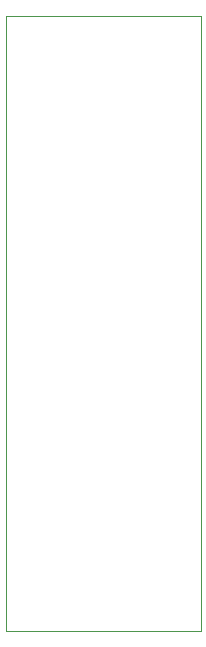
<source format=gm1>
G04 #@! TF.GenerationSoftware,KiCad,Pcbnew,7.0.7*
G04 #@! TF.CreationDate,2023-08-24T22:47:44-04:00*
G04 #@! TF.ProjectId,40-pin header to breadboard adaptor,34302d70-696e-4206-9865-616465722074,rev?*
G04 #@! TF.SameCoordinates,Original*
G04 #@! TF.FileFunction,Profile,NP*
%FSLAX46Y46*%
G04 Gerber Fmt 4.6, Leading zero omitted, Abs format (unit mm)*
G04 Created by KiCad (PCBNEW 7.0.7) date 2023-08-24 22:47:44*
%MOMM*%
%LPD*%
G01*
G04 APERTURE LIST*
G04 #@! TA.AperFunction,Profile*
%ADD10C,0.100000*%
G04 #@! TD*
G04 APERTURE END LIST*
D10*
X106680000Y-68199000D02*
X123190000Y-68199000D01*
X123190000Y-120269000D01*
X106680000Y-120269000D01*
X106680000Y-68199000D01*
M02*

</source>
